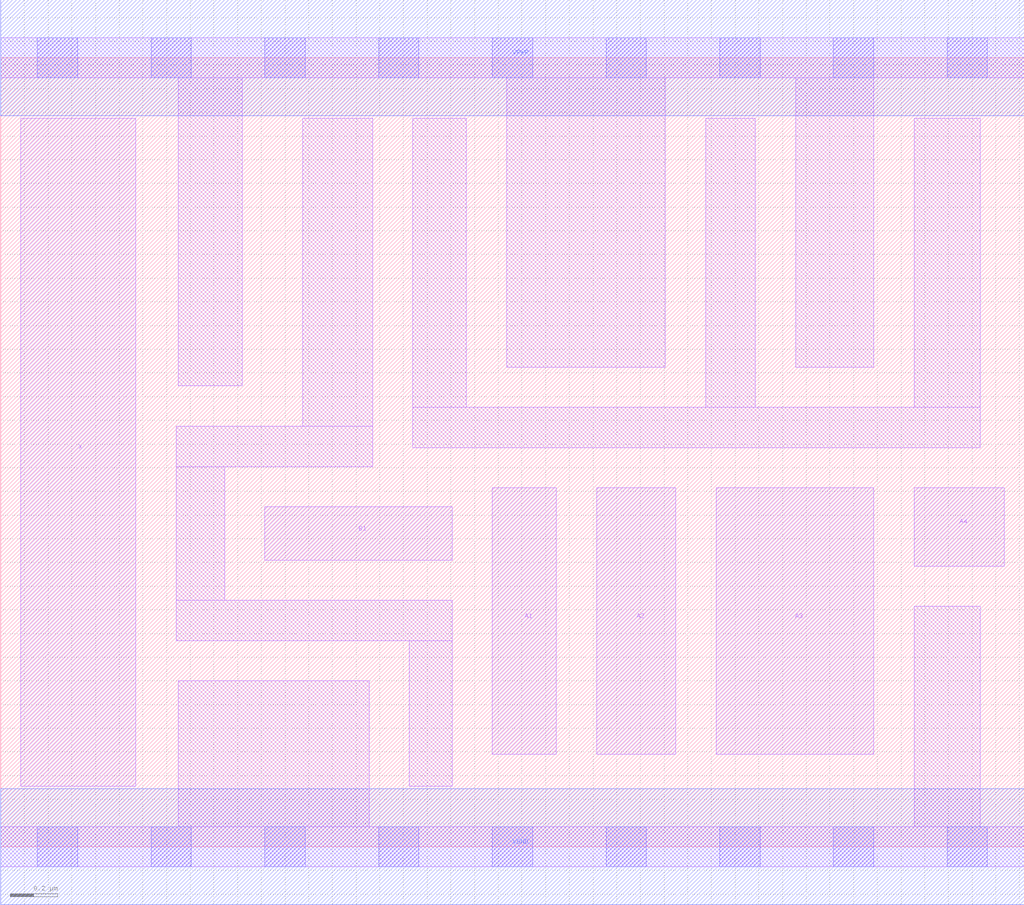
<source format=lef>
# Copyright 2020 The SkyWater PDK Authors
#
# Licensed under the Apache License, Version 2.0 (the "License");
# you may not use this file except in compliance with the License.
# You may obtain a copy of the License at
#
#     https://www.apache.org/licenses/LICENSE-2.0
#
# Unless required by applicable law or agreed to in writing, software
# distributed under the License is distributed on an "AS IS" BASIS,
# WITHOUT WARRANTIES OR CONDITIONS OF ANY KIND, either express or implied.
# See the License for the specific language governing permissions and
# limitations under the License.
#
# SPDX-License-Identifier: Apache-2.0

VERSION 5.7 ;
  NOWIREEXTENSIONATPIN ON ;
  DIVIDERCHAR "/" ;
  BUSBITCHARS "[]" ;
UNITS
  DATABASE MICRONS 200 ;
END UNITS
MACRO sky130_fd_sc_lp__a41o_1
  CLASS CORE ;
  FOREIGN sky130_fd_sc_lp__a41o_1 ;
  ORIGIN  0.000000  0.000000 ;
  SIZE  4.320000 BY  3.330000 ;
  SYMMETRY X Y R90 ;
  SITE unit ;
  PIN A1
    ANTENNAGATEAREA  0.315000 ;
    DIRECTION INPUT ;
    USE SIGNAL ;
    PORT
      LAYER li1 ;
        RECT 2.075000 0.390000 2.345000 1.515000 ;
    END
  END A1
  PIN A2
    ANTENNAGATEAREA  0.315000 ;
    DIRECTION INPUT ;
    USE SIGNAL ;
    PORT
      LAYER li1 ;
        RECT 2.515000 0.390000 2.850000 1.515000 ;
    END
  END A2
  PIN A3
    ANTENNAGATEAREA  0.315000 ;
    DIRECTION INPUT ;
    USE SIGNAL ;
    PORT
      LAYER li1 ;
        RECT 3.020000 0.390000 3.685000 1.515000 ;
    END
  END A3
  PIN A4
    ANTENNAGATEAREA  0.315000 ;
    DIRECTION INPUT ;
    USE SIGNAL ;
    PORT
      LAYER li1 ;
        RECT 3.855000 1.185000 4.235000 1.515000 ;
    END
  END A4
  PIN B1
    ANTENNAGATEAREA  0.315000 ;
    DIRECTION INPUT ;
    USE SIGNAL ;
    PORT
      LAYER li1 ;
        RECT 1.115000 1.210000 1.905000 1.435000 ;
    END
  END B1
  PIN X
    ANTENNADIFFAREA  0.556500 ;
    DIRECTION OUTPUT ;
    USE SIGNAL ;
    PORT
      LAYER li1 ;
        RECT 0.085000 0.255000 0.570000 3.075000 ;
    END
  END X
  PIN VGND
    DIRECTION INOUT ;
    USE GROUND ;
    PORT
      LAYER met1 ;
        RECT 0.000000 -0.245000 4.320000 0.245000 ;
    END
  END VGND
  PIN VPWR
    DIRECTION INOUT ;
    USE POWER ;
    PORT
      LAYER met1 ;
        RECT 0.000000 3.085000 4.320000 3.575000 ;
    END
  END VPWR
  OBS
    LAYER li1 ;
      RECT 0.000000 -0.085000 4.320000 0.085000 ;
      RECT 0.000000  3.245000 4.320000 3.415000 ;
      RECT 0.740000  0.870000 1.905000 1.040000 ;
      RECT 0.740000  1.040000 0.945000 1.605000 ;
      RECT 0.740000  1.605000 1.570000 1.775000 ;
      RECT 0.750000  0.085000 1.555000 0.700000 ;
      RECT 0.750000  1.945000 1.020000 3.245000 ;
      RECT 1.275000  1.775000 1.570000 3.075000 ;
      RECT 1.725000  0.255000 1.905000 0.870000 ;
      RECT 1.740000  1.685000 4.135000 1.855000 ;
      RECT 1.740000  1.855000 1.965000 3.075000 ;
      RECT 2.135000  2.025000 2.805000 3.245000 ;
      RECT 2.975000  1.855000 3.185000 3.075000 ;
      RECT 3.355000  2.025000 3.685000 3.245000 ;
      RECT 3.855000  0.085000 4.135000 1.015000 ;
      RECT 3.855000  1.855000 4.135000 3.075000 ;
    LAYER mcon ;
      RECT 0.155000 -0.085000 0.325000 0.085000 ;
      RECT 0.155000  3.245000 0.325000 3.415000 ;
      RECT 0.635000 -0.085000 0.805000 0.085000 ;
      RECT 0.635000  3.245000 0.805000 3.415000 ;
      RECT 1.115000 -0.085000 1.285000 0.085000 ;
      RECT 1.115000  3.245000 1.285000 3.415000 ;
      RECT 1.595000 -0.085000 1.765000 0.085000 ;
      RECT 1.595000  3.245000 1.765000 3.415000 ;
      RECT 2.075000 -0.085000 2.245000 0.085000 ;
      RECT 2.075000  3.245000 2.245000 3.415000 ;
      RECT 2.555000 -0.085000 2.725000 0.085000 ;
      RECT 2.555000  3.245000 2.725000 3.415000 ;
      RECT 3.035000 -0.085000 3.205000 0.085000 ;
      RECT 3.035000  3.245000 3.205000 3.415000 ;
      RECT 3.515000 -0.085000 3.685000 0.085000 ;
      RECT 3.515000  3.245000 3.685000 3.415000 ;
      RECT 3.995000 -0.085000 4.165000 0.085000 ;
      RECT 3.995000  3.245000 4.165000 3.415000 ;
  END
END sky130_fd_sc_lp__a41o_1
END LIBRARY

</source>
